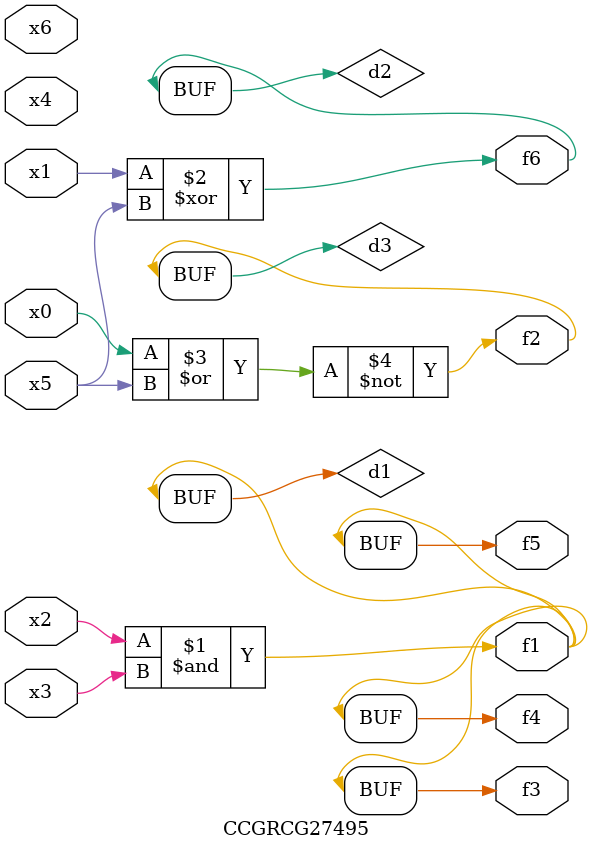
<source format=v>
module CCGRCG27495(
	input x0, x1, x2, x3, x4, x5, x6,
	output f1, f2, f3, f4, f5, f6
);

	wire d1, d2, d3;

	and (d1, x2, x3);
	xor (d2, x1, x5);
	nor (d3, x0, x5);
	assign f1 = d1;
	assign f2 = d3;
	assign f3 = d1;
	assign f4 = d1;
	assign f5 = d1;
	assign f6 = d2;
endmodule

</source>
